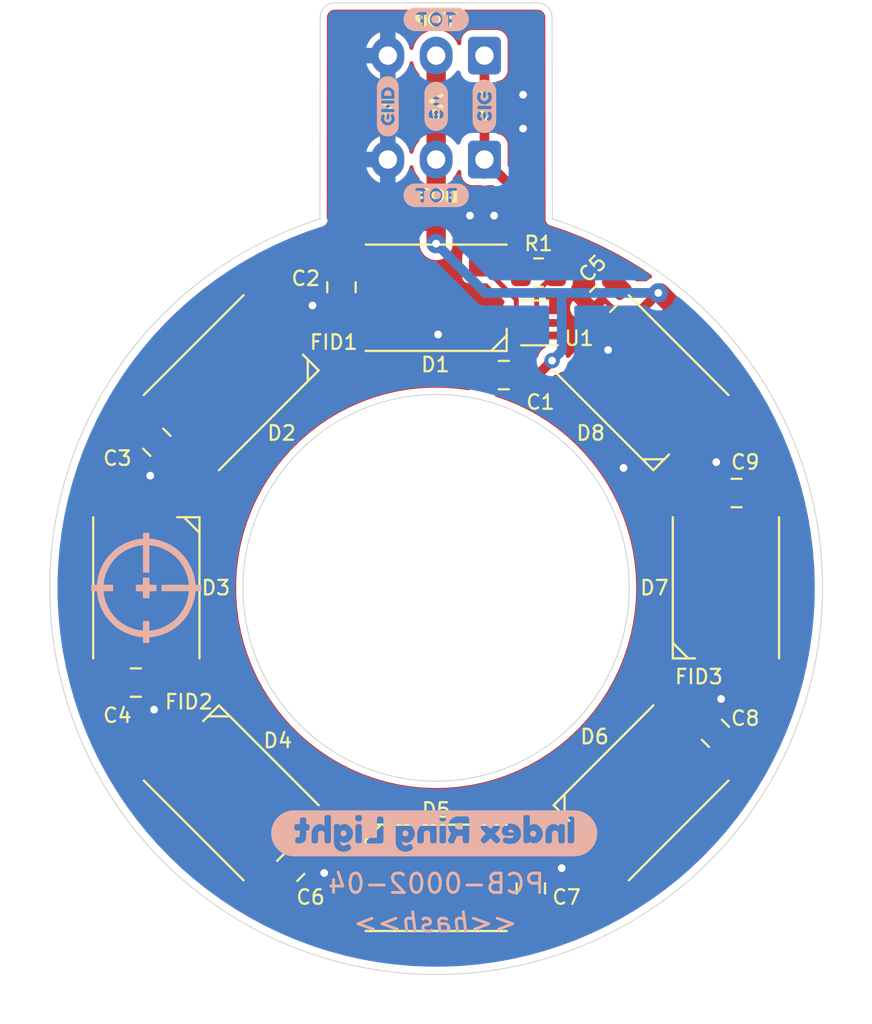
<source format=kicad_pcb>
(kicad_pcb (version 20211014) (generator pcbnew)
  (title_block (title "Index - Ring Light") (date "2021-09-14") (rev "04"))
  (layers (0 "F.Cu" signal) (31 "B.Cu" signal) (34 "B.Paste" user) (35 "F.Paste" user) (36 "B.SilkS" user "B.Silkscreen") (37 "F.SilkS" user "F.Silkscreen") (38 "B.Mask" user) (39 "F.Mask" user) (44 "Edge.Cuts" user))
  (net 0 "")
  (net 1 "Net-(D1-Pad2)")
  (net 2 "Net-(D2-Pad2)")
  (net 3 "Net-(D3-Pad2)")
  (net 4 "Net-(D4-Pad2)")
  (net 5 "Net-(D5-Pad2)")
  (net 6 "Net-(D6-Pad2)")
  (net 7 "Net-(D7-Pad2)")
  (net 9 "GND")
  (net 10 "+5V")
  (net 11 "Data_In_5V")
  (net 12 "Data_In_3V3")
  (net 13 "Net-(R1-Pad1)")
  (footprint "LED_SMD:LED_WS2812B_PLCC4_5.0x5.0mm_P3.2mm" (layer "F.Cu") (at 150 85)
    (fp_text reference "D1" (at -0.04 3.46) (layer "F.SilkS") (effects (font (size 0.75 0.75) (thickness 0.12))))
    (fp_text value "WS2812B")
    (pad "1" smd rect locked (at -2.45 -1.6) (size 1.5 1) (layers "F.Cu" "F.Paste" "F.Mask") (net 10 "+5V"))
    (pad "2" smd rect locked (at -2.45 1.6) (size 1.5 1) (layers "F.Cu" "F.Paste" "F.Mask") (net 1 "Net-(D1-Pad2)"))
    (pad "3" smd rect locked (at 2.45 1.6) (size 1.5 1) (layers "F.Cu" "F.Paste" "F.Mask") (net 9 "GND"))
    (pad "4" smd rect locked (at 2.45 -1.6) (size 1.5 1) (layers "F.Cu" "F.Paste" "F.Mask") (net 11 "Data_In_5V"))
  )
  (footprint "LED_SMD:LED_WS2812B_PLCC4_5.0x5.0mm_P3.2mm" (layer "F.Cu") (at 139.393399 89.393399 45)
    (fp_text reference "D2" (at 0 3.68629) (layer "F.SilkS") (effects (font (size 0.75 0.75) (thickness 0.12))))
    (fp_text value "WS2812B")
    (pad "1" smd rect locked (at -2.45 -1.6 45) (size 1.5 1) (layers "F.Cu" "F.Paste" "F.Mask") (net 10 "+5V"))
    (pad "2" smd rect locked (at -2.45 1.6 45) (size 1.5 1) (layers "F.Cu" "F.Paste" "F.Mask") (net 2 "Net-(D2-Pad2)"))
    (pad "3" smd rect locked (at 2.45 1.6 45) (size 1.5 1) (layers "F.Cu" "F.Paste" "F.Mask") (net 9 "GND"))
    (pad "4" smd rect locked (at 2.45 -1.6 45) (size 1.5 1) (layers "F.Cu" "F.Paste" "F.Mask") (net 1 "Net-(D1-Pad2)"))
  )
  (footprint "LED_SMD:LED_WS2812B_PLCC4_5.0x5.0mm_P3.2mm" (layer "F.Cu") (at 135 100 90)
    (fp_text reference "D3" (at 0 3.6) (layer "F.SilkS") (effects (font (size 0.75 0.75) (thickness 0.12))))
    (fp_text value "WS2812B")
    (pad "1" smd rect locked (at -2.45 -1.6 90) (size 1.5 1) (layers "F.Cu" "F.Paste" "F.Mask") (net 10 "+5V"))
    (pad "2" smd rect locked (at -2.45 1.6 90) (size 1.5 1) (layers "F.Cu" "F.Paste" "F.Mask") (net 3 "Net-(D3-Pad2)"))
    (pad "3" smd rect locked (at 2.45 1.6 90) (size 1.5 1) (layers "F.Cu" "F.Paste" "F.Mask") (net 9 "GND"))
    (pad "4" smd rect locked (at 2.45 -1.6 90) (size 1.5 1) (layers "F.Cu" "F.Paste" "F.Mask") (net 2 "Net-(D2-Pad2)"))
  )
  (footprint "LED_SMD:LED_WS2812B_PLCC4_5.0x5.0mm_P3.2mm" (layer "F.Cu") (at 139.393399 110.606601 135)
    (fp_text reference "D4" (at 0.212132 3.61558) (layer "F.SilkS") (effects (font (size 0.75 0.75) (thickness 0.12))))
    (fp_text value "WS2812B")
    (pad "1" smd rect locked (at -2.45 -1.6 135) (size 1.5 1) (layers "F.Cu" "F.Paste" "F.Mask") (net 10 "+5V"))
    (pad "2" smd rect locked (at -2.45 1.6 135) (size 1.5 1) (layers "F.Cu" "F.Paste" "F.Mask") (net 4 "Net-(D4-Pad2)"))
    (pad "3" smd rect locked (at 2.45 1.6 135) (size 1.5 1) (layers "F.Cu" "F.Paste" "F.Mask") (net 9 "GND"))
    (pad "4" smd rect locked (at 2.45 -1.6 135) (size 1.5 1) (layers "F.Cu" "F.Paste" "F.Mask") (net 3 "Net-(D3-Pad2)"))
  )
  (footprint "LED_SMD:LED_WS2812B_PLCC4_5.0x5.0mm_P3.2mm" (layer "F.Cu") (at 150 115 180)
    (fp_text reference "D5" (at 0 3.5 180) (layer "F.SilkS") (effects (font (size 0.75 0.75) (thickness 0.12))))
    (fp_text value "WS2812B")
    (pad "1" smd rect locked (at -2.45 -1.6 180) (size 1.5 1) (layers "F.Cu" "F.Paste" "F.Mask") (net 10 "+5V"))
    (pad "2" smd rect locked (at -2.45 1.6 180) (size 1.5 1) (layers "F.Cu" "F.Paste" "F.Mask") (net 5 "Net-(D5-Pad2)"))
    (pad "3" smd rect locked (at 2.45 1.6 180) (size 1.5 1) (layers "F.Cu" "F.Paste" "F.Mask") (net 9 "GND"))
    (pad "4" smd rect locked (at 2.45 -1.6 180) (size 1.5 1) (layers "F.Cu" "F.Paste" "F.Mask") (net 4 "Net-(D4-Pad2)"))
  )
  (footprint "LED_SMD:LED_WS2812B_PLCC4_5.0x5.0mm_P3.2mm" (layer "F.Cu") (at 160.606601 110.606601 -135)
    (fp_text reference "D6" (at -0.353553 3.757001) (layer "F.SilkS") (effects (font (size 0.75 0.75) (thickness 0.12))))
    (fp_text value "WS2812B")
    (pad "1" smd rect locked (at -2.45 -1.6 225) (size 1.5 1) (layers "F.Cu" "F.Paste" "F.Mask") (net 10 "+5V"))
    (pad "2" smd rect locked (at -2.45 1.6 225) (size 1.5 1) (layers "F.Cu" "F.Paste" "F.Mask") (net 6 "Net-(D6-Pad2)"))
    (pad "3" smd rect locked (at 2.45 1.6 225) (size 1.5 1) (layers "F.Cu" "F.Paste" "F.Mask") (net 9 "GND"))
    (pad "4" smd rect locked (at 2.45 -1.6 225) (size 1.5 1) (layers "F.Cu" "F.Paste" "F.Mask") (net 5 "Net-(D5-Pad2)"))
  )
  (footprint "LED_SMD:LED_WS2812B_PLCC4_5.0x5.0mm_P3.2mm" (layer "F.Cu") (at 165 100 -90)
    (fp_text reference "D7" (at 0 3.7 180) (layer "F.SilkS") (effects (font (size 0.75 0.75) (thickness 0.12))))
    (fp_text value "WS2812B")
    (pad "1" smd rect locked (at -2.45 -1.6 270) (size 1.5 1) (layers "F.Cu" "F.Paste" "F.Mask") (net 10 "+5V"))
    (pad "2" smd rect locked (at -2.45 1.6 270) (size 1.5 1) (layers "F.Cu" "F.Paste" "F.Mask") (net 7 "Net-(D7-Pad2)"))
    (pad "3" smd rect locked (at 2.45 1.6 270) (size 1.5 1) (layers "F.Cu" "F.Paste" "F.Mask") (net 9 "GND"))
    (pad "4" smd rect locked (at 2.45 -1.6 270) (size 1.5 1) (layers "F.Cu" "F.Paste" "F.Mask") (net 6 "Net-(D6-Pad2)"))
  )
  (footprint "LED_SMD:LED_WS2812B_PLCC4_5.0x5.0mm_P3.2mm" (layer "F.Cu") (at 160.606601 89.393399 -45)
    (fp_text reference "D8" (at 0 3.68629) (layer "F.SilkS") (effects (font (size 0.75 0.75) (thickness 0.12))))
    (fp_text value "WS2812B")
    (pad "1" smd rect locked (at -2.45 -1.6 315) (size 1.5 1) (layers "F.Cu" "F.Paste" "F.Mask") (net 10 "+5V"))
    (pad "2" smd rect locked (at -2.45 1.6 315) (size 1.5 1) (layers "F.Cu" "F.Paste" "F.Mask"))
    (pad "3" smd rect locked (at 2.45 1.6 315) (size 1.5 1) (layers "F.Cu" "F.Paste" "F.Mask") (net 9 "GND"))
    (pad "4" smd rect locked (at 2.45 -1.6 315) (size 1.5 1) (layers "F.Cu" "F.Paste" "F.Mask") (net 7 "Net-(D7-Pad2)"))
  )
  (footprint "Fiducial:Fiducial_1mm_Mask2mm" (layer "F.Cu") (at 145.75 89)
    (fp_text reference "FID1" (at -1.05 -1.7) (layer "F.SilkS") (effects (font (size 0.75 0.75) (thickness 0.12))))
    (fp_text value "Fiducial")
    (pad "" smd circle locked (at 0 0) (size 1 1) (layers "F.Cu" "F.Mask") (clearance 0.5))
  )
  (footprint "Fiducial:Fiducial_1mm_Mask2mm" (layer "F.Cu") (at 139.25 104.75)
    (fp_text reference "FID2" (at -2.05 1.15 180) (layer "F.SilkS") (effects (font (size 0.75 0.75) (thickness 0.12))))
    (fp_text value "Fiducial")
    (pad "" smd circle locked (at 0 0) (size 1 1) (layers "F.Cu" "F.Mask") (clearance 0.5))
  )
  (footprint "Fiducial:Fiducial_1mm_Mask2mm" (layer "F.Cu") (at 161 104.6)
    (fp_text reference "FID3" (at 2.6 0) (layer "F.SilkS") (effects (font (size 0.75 0.75) (thickness 0.12))))
    (fp_text value "Fiducial")
    (pad "" smd circle locked (at 0 0) (size 1 1) (layers "F.Cu" "F.Mask") (clearance 0.5))
  )
  (footprint "Capacitor_SMD:C_0805_2012Metric" (layer "F.Cu") (at 145.098496 84.454414 -90)
    (fp_text reference "C2" (at -0.454414 1.848496 180) (layer "F.SilkS") (effects (font (size 0.75 0.75) (thickness 0.12))))
    (fp_text value "100nF")
    (pad "1" smd roundrect locked (at -0.95 0 270) (size 1 1.45) (layers "F.Cu" "F.Paste" "F.Mask") (net 10 "+5V"))
    (pad "2" smd roundrect locked (at 0.95 0 270) (size 1 1.45) (layers "F.Cu" "F.Paste" "F.Mask") (net 9 "GND"))
  )
  (footprint "Capacitor_SMD:C_0805_2012Metric" (layer "F.Cu") (at 134.454414 104.901504)
    (fp_text reference "C4" (at -0.954414 1.698496) (layer "F.SilkS") (effects (font (size 0.75 0.75) (thickness 0.12))))
    (fp_text value "100nF")
    (pad "1" smd roundrect locked (at -0.95 0) (size 1 1.45) (layers "F.Cu" "F.Paste" "F.Mask") (net 10 "+5V"))
    (pad "2" smd roundrect locked (at 0.95 0) (size 1 1.45) (layers "F.Cu" "F.Paste" "F.Mask") (net 9 "GND"))
  )
  (footprint "Capacitor_SMD:C_0805_2012Metric" (layer "F.Cu") (at 154.901504 115.545586 90)
    (fp_text reference "C7" (at -0.454414 1.848496 180) (layer "F.SilkS") (effects (font (size 0.75 0.75) (thickness 0.12))))
    (fp_text value "100nF")
    (pad "1" smd roundrect locked (at -0.95 0 90) (size 1 1.45) (layers "F.Cu" "F.Paste" "F.Mask") (net 10 "+5V"))
    (pad "2" smd roundrect locked (at 0.95 0 90) (size 1 1.45) (layers "F.Cu" "F.Paste" "F.Mask") (net 9 "GND"))
  )
  (footprint "Capacitor_SMD:C_0805_2012Metric" (layer "F.Cu") (at 165.545586 95.098496 180)
    (fp_text reference "C9" (at -0.454414 1.598496 180) (layer "F.SilkS") (effects (font (size 0.75 0.75) (thickness 0.12))))
    (fp_text value "100nF")
    (pad "1" smd roundrect locked (at -0.95 0 180) (size 1 1.45) (layers "F.Cu" "F.Paste" "F.Mask") (net 10 "+5V"))
    (pad "2" smd roundrect locked (at 0.95 0 180) (size 1 1.45) (layers "F.Cu" "F.Paste" "F.Mask") (net 9 "GND"))
  )
  (footprint "Capacitor_SMD:C_0805_2012Metric" (layer "F.Cu") (at 164.458276 107.526502 135)
    (fp_text reference "C8" (at -0.541094 1.639233 180) (layer "F.SilkS") (effects (font (size 0.75 0.75) (thickness 0.12))))
    (fp_text value "100nF")
    (pad "1" smd roundrect locked (at -0.95 0 135) (size 1 1.45) (layers "F.Cu" "F.Paste" "F.Mask") (net 10 "+5V"))
    (pad "2" smd roundrect locked (at 0.949999 0 135) (size 1 1.45) (layers "F.Cu" "F.Paste" "F.Mask") (net 9 "GND"))
  )
  (footprint "Capacitor_SMD:C_0805_2012Metric" (layer "F.Cu") (at 135.541724 92.473498 -45)
    (fp_text reference "C3" (at -0.859292 2.028142) (layer "F.SilkS") (effects (font (size 0.75 0.75) (thickness 0.12))))
    (fp_text value "100nF")
    (pad "1" smd roundrect locked (at -0.95 0 315) (size 1 1.45) (layers "F.Cu" "F.Paste" "F.Mask") (net 10 "+5V"))
    (pad "2" smd roundrect locked (at 0.949999 0 315) (size 1 1.45) (layers "F.Cu" "F.Paste" "F.Mask") (net 9 "GND"))
  )
  (footprint "Capacitor_SMD:C_0805_2012Metric" (layer "F.Cu") (at 142.473498 114.458276 45)
    (fp_text reference "C6" (at -0.364317 1.81601 180) (layer "F.SilkS") (effects (font (size 0.75 0.75) (thickness 0.12))))
    (fp_text value "100nF")
    (pad "1" smd roundrect locked (at -0.95 0 45) (size 1 1.45) (layers "F.Cu" "F.Paste" "F.Mask") (net 10 "+5V"))
    (pad "2" smd roundrect locked (at 0.949999 0 45) (size 1 1.45) (layers "F.Cu" "F.Paste" "F.Mask") (net 9 "GND"))
  )
  (footprint "Connector_JST:JST_XH_S3B-XH-A-1_1x03_P2.50mm_Horizontal" (layer "F.Cu") (at 152.5 77.85 180)
    (fp_text reference "J2" hide)
    (fp_text value "Connector Bot")
    (pad "1" thru_hole roundrect locked (at 0 0 180) (size 1.7 1.95) (drill 0.95) (layers *.Cu *.Mask) (roundrect_rratio 0.1470588235) (net 12 "Data_In_3V3"))
    (pad "2" thru_hole oval locked (at 2.5 0 180) (size 1.7 1.95) (drill 0.95) (layers *.Cu *.Mask) (net 10 "+5V"))
    (pad "3" thru_hole oval locked (at 5 0 180) (size 1.7 1.95) (drill 0.95) (layers *.Cu *.Mask) (net 9 "GND"))
  )
  (footprint "Resistor_SMD:R_0805_2012Metric" (layer "F.Cu") (at 155.3 83.7 180)
    (fp_text reference "R1" (at 0 1.5) (layer "F.SilkS") (effects (font (size 0.75 0.75) (thickness 0.12))))
    (fp_text value "330R")
    (pad "1" smd roundrect locked (at -0.9125 0 180) (size 1.025 1.4) (layers "F.Cu" "F.Paste" "F.Mask") (roundrect_rratio 0.2439014634) (net 13 "Net-(R1-Pad1)"))
    (pad "2" smd roundrect locked (at 0.9125 0 180) (size 1.025 1.4) (layers "F.Cu" "F.Paste" "F.Mask") (roundrect_rratio 0.2439014634) (net 12 "Data_In_3V3"))
  )
  (footprint "Package_TO_SOT_SMD:SOT-353_SC-70-5" (layer "F.Cu") (at 155.1 86.3 180)
    (fp_text reference "U1" (at -2.3 -0.8) (layer "F.SilkS") (effects (font (size 0.75 0.75) (thickness 0.12))))
    (fp_text value "74AHCT1G32")
    (pad "1" smd rect (at -0.95 -0.65 180) (size 0.65 0.4) (layers "F.Cu" "F.Paste" "F.Mask") (net 9 "GND"))
    (pad "2" smd rect (at -0.95 0 180) (size 0.65 0.4) (layers "F.Cu" "F.Paste" "F.Mask") (net 13 "Net-(R1-Pad1)"))
    (pad "3" smd rect (at -0.95 0.65 180) (size 0.65 0.4) (layers "F.Cu" "F.Paste" "F.Mask") (net 9 "GND"))
    (pad "4" smd rect (at 0.95 0.65 180) (size 0.65 0.4) (layers "F.Cu" "F.Paste" "F.Mask") (net 11 "Data_In_5V"))
    (pad "5" smd rect (at 0.95 -0.65 180) (size 0.65 0.4) (layers "F.Cu" "F.Paste" "F.Mask") (net 10 "+5V"))
  )
  (footprint "Capacitor_SMD:C_0805_2012Metric" (layer "F.Cu") (at 158.671751 85.028249 -135)
    (fp_text reference "C5" (at -0.676346 1.484924 45) (layer "F.SilkS") (effects (font (size 0.75 0.75) (thickness 0.12))))
    (fp_text value "100nF")
    (pad "1" smd roundrect locked (at -0.95 0 225) (size 1 1.45) (layers "F.Cu" "F.Paste" "F.Mask") (net 10 "+5V"))
    (pad "2" smd roundrect locked (at 0.95 0 225) (size 1 1.45) (layers "F.Cu" "F.Paste" "F.Mask") (net 9 "GND"))
  )
  (footprint "kibuzzard-61F2BC9E" (layer "F.Cu") (at 152.5 75.1 90)
    (fp_text reference "kibuzzard-61F2BC9E" hide)
    (fp_text value "G***" hide)
  )
  (footprint "kibuzzard-61F2BC96" (layer "F.Cu") (at 150 75.1 90)
    (fp_text reference "kibuzzard-61F2BC96" hide)
    (fp_text value "G***" hide)
  )
  (footprint "kibuzzard-61F2BC8D" (layer "F.Cu") (at 147.5 75.1 90)
    (fp_text reference "kibuzzard-61F2BC8D" hide)
    (fp_text value "G***" hide)
  )
  (footprint "Capacitor_SMD:C_0805_2012Metric" (layer "F.Cu") (at 153.5 89 180)
    (fp_text reference "C1" (at -1.9 -1.4 180) (layer "F.SilkS") (effects (font (size 0.75 0.75) (thickness 0.12))))
    (fp_text value "100nF")
    (pad "1" smd roundrect (at -0.95 0 180) (size 1 1.45) (layers "F.Cu" "F.Paste" "F.Mask") (net 10 "+5V"))
    (pad "2" smd roundrect (at 0.95 0 180) (size 1 1.45) (layers "F.Cu" "F.Paste" "F.Mask") (net 9 "GND"))
  )
  (footprint "kibuzzard-61F2BF4A" (layer "F.Cu") (at 150 79.7)
    (fp_text reference "kibuzzard-61F2BF4A" hide)
    (fp_text value "G***" hide)
  )
  (footprint "kibuzzard-61F2BEFE" (layer "F.Cu") (at 150 70.6)
    (fp_text reference "kibuzzard-61F2BEFE" hide)
    (fp_text value "G***" hide)
  )
  (footprint "index:logo" (layer "B.Cu") (at 135 100 180)
    (fp_text reference "LOGO" hide)
    (fp_text value "LOGO" hide)
  )
  (footprint "Connector_JST:JST_XH_B3B-XH-A_1x03_P2.50mm_Vertical" (layer "B.Cu") (at 152.5 72.475 180)
    (fp_text reference "J1" hide)
    (fp_text value "Connector Top")
    (pad "1" thru_hole roundrect locked (at 0 0 180) (size 1.7 1.95) (drill 0.95) (layers *.Cu *.Mask) (roundrect_rratio 0.1470588235) (net 12 "Data_In_3V3"))
    (pad "2" thru_hole oval locked (at 2.5 0 180) (size 1.7 1.95) (drill 0.95) (layers *.Cu *.Mask) (net 10 "+5V"))
    (pad "3" thru_hole oval locked (at 5 0 180) (size 1.7 1.95) (drill 0.95) (layers *.Cu *.Mask) (net 9 "GND"))
  )
  (footprint "label" (layer "B.Cu") (at 149.9 112.7 180)
    (fp_text reference "svg2mod" hide)
    (fp_text value "n/a" hide)
  )
  (footprint "kibuzzard-61F2BC8D" (layer "B.Cu") (at 147.5 75.1 90)
    (fp_text reference "kibuzzard-61F2BC8D" hide)
    (fp_text value "G***" hide)
  )
  (footprint "kibuzzard-61F2BC9E" (layer "B.Cu") (at 152.5 75.1 90)
    (fp_text reference "kibuzzard-61F2BC9E" hide)
    (fp_text value "G***" hide)
  )
  (footprint "kibuzzard-61F2BF3C" (layer "B.Cu") (at 150 79.7 180)
    (fp_text reference "kibuzzard-61F2BF3C" hide)
    (fp_text value "G***" hide)
  )
  (footprint "kibuzzard-61F2BC96" (layer "B.Cu") (at 150 75.1 90)
    (fp_text reference "kibuzzard-61F2BC96" hide)
    (fp_text value "G***" hide)
  )
  (footprint "kibuzzard-61F2BF10" (layer "B.Cu") (at 150 70.6 180)
    (fp_text reference "kibuzzard-61F2BF10" hide)
    (fp_text value "G***" hide)
  )
  (gr_line (start 144.75 69.75) (end 155.25 69.75) (layer "Edge.Cuts") (width 0.05))
  (gr_arc (start 144 70.5) (mid 144.21967 69.96967) (end 144.75 69.75) (layer "Edge.Cuts") (width 0.05))
  (gr_line (start 156 70.5) (end 156.014116 80.925661) (layer "Edge.Cuts") (width 0.05))
  (gr_line (start 143.985884 80.925661) (end 144 70.5) (layer "Edge.Cuts") (width 0.05))
  (gr_arc (start 155.25 69.75) (mid 155.78033 69.96967) (end 156 70.5) (layer "Edge.Cuts") (width 0.05))
  (gr_circle (center 150 100) (end 160 100) (layer "Edge.Cuts") (width 0.05) (fill none))
  (gr_arc (start 156.014116 80.925661) (mid 150 120) (end 143.985884 80.925661) (layer "Edge.Cuts") (width 0.05))
  (gr_text "PCB-0002-04" (at 150 115.3) (layer "B.SilkS") (effects (font (size 1 1)) (justify mirror)))
  (gr_text "<<hash>>" (at 150 117.3) (layer "B.SilkS") (effects (font (size 1 1) (thickness 0.15) italic) (justify mirror)))
  (segment (start 140.064823 86.6) (end 139.99444 86.529617) (width 0.3) (layer "F.Cu") (net 1))
  (segment (start 147.55 86.6) (end 140.064823 86.6) (width 0.3) (layer "F.Cu") (net 1))
  (segment (start 138.792358 92.257181) (end 138.792358 92.307642) (width 0.3) (layer "F.Cu") (net 2))
  (segment (start 138.792358 92.307642) (end 133.55 97.55) (width 0.3) (layer "F.Cu") (net 2))
  (segment (start 133.55 97.55) (end 133.4 97.55) (width 0.3) (layer "F.Cu") (net 2))
  (segment (start 136.6 109.935177) (end 136.529617 110.00556) (width 0.3) (layer "F.Cu") (net 3))
  (segment (start 136.6 102.45) (end 136.6 109.935177) (width 0.3) (layer "F.Cu") (net 3))
  (segment (start 142.257181 111.207642) (end 142.457642 111.207642) (width 0.3) (layer "F.Cu") (net 4))
  (segment (start 142.457642 111.207642) (end 147.55 116.3) (width 0.3) (layer "F.Cu") (net 4))
  (segment (start 147.55 116.3) (end 147.55 116.6) (width 0.3) (layer "F.Cu") (net 4))
  (segment (start 152.45 113.4) (end 159.935177 113.4) (width 0.3) (layer "F.Cu") (net 5))
  (segment (start 159.935177 113.4) (end 160.00556 113.470383) (width 0.3) (layer "F.Cu") (net 5))
  (segment (start 161.307181 107.742819) (end 166.6 102.45) (width 0.3) (layer "F.Cu") (net 6))
  (segment (start 161.207642 107.742819) (end 161.307181 107.742819) (width 0.3) (layer "F.Cu") (net 6))
  (segment (start 163.4 90.064823) (end 163.470383 89.99444) (width 0.3) (layer "F.Cu") (net 7))
  (segment (start 163.4 97.55) (end 163.4 90.064823) (width 0.3) (layer "F.Cu") (net 7))
  (segment (start 154.901504 114.595586) (end 156.404414 114.595586) (width 1) (layer "F.Cu") (net 9))
  (segment (start 157.742819 111.207642) (end 160.042358 111.207642) (width 0.5) (layer "F.Cu") (net 9))
  (segment (start 151.254414 85.404414) (end 145.098496 85.404414) (width 0.5) (layer "F.Cu") (net 9))
  (segment (start 135.2 94.158724) (end 135.2 94.2) (width 1) (layer "F.Cu") (net 9))
  (segment (start 136.6 97.55) (end 135.404414 98.745586) (width 0.5) (layer "F.Cu") (net 9))
  (segment (start 160.042358 111.207642) (end 163.786525 107.463475) (width 0.5) (layer "F.Cu") (net 9))
  (segment (start 152.45 86.6) (end 151.254414 85.404414) (width 0.5) (layer "F.Cu") (net 9))
  (segment (start 145.098496 85.404414) (end 143.604414 85.404414) (width 1) (layer "F.Cu") (net 9))
  (segment (start 161.207642 92.257181) (end 159.7 93.8) (width 0.25) (layer "F.Cu") (net 9))
  (segment (start 135.404414 106.295586) (end 135.4 106.3) (width 1) (layer "F.Cu") (net 9))
  (segment (start 148.745586 114.595586) (end 154.901504 114.595586) (width 0.5) (layer "F.Cu") (net 9))
  (segment (start 135.404414 104.901504) (end 135.404414 106.295586) (width 1) (layer "F.Cu") (net 9))
  (segment (start 164.595586 95.098496) (end 164.595586 93.595586) (width 1) (layer "F.Cu") (net 9))
  (segment (start 143.604414 85.404414) (end 143.6 85.4) (width 1) (layer "F.Cu") (net 9))
  (segment (start 140.566366 88.792358) (end 136.213475 93.145249) (width 0.5) (layer "F.Cu") (net 9))
  (segment (start 144.205909 114.75) (end 144.108724 114.75) (width 1) (layer "F.Cu") (net 9))
  (segment (start 164.595586 93.595586) (end 164.5 93.5) (width 1) (layer "F.Cu") (net 9))
  (segment (start 163.786525 107.463475) (end 163.786525 106.854751) (width 0.5) (layer "F.Cu") (net 9))
  (segment (start 144.108724 114.75) (end 143.145249 113.786525) (width 1) (layer "F.Cu") (net 9))
  (segment (start 142.257181 88.792358) (end 140.566366 88.792358) (width 0.5) (layer "F.Cu") (net 9))
  (segment (start 136.213475 93.145249) (end 135.2 94.158724) (width 1) (layer "F.Cu") (net 9))
  (segment (start 135.404414 98.745586) (end 135.404414 104.901504) (width 0.5) (layer "F.Cu") (net 9))
  (segment (start 163.786525 106.854751) (end 164.75 105.891276) (width 1) (layer "F.Cu") (net 9))
  (segment (start 138.792358 107.742819) (end 138.792358 109.433634) (width 0.5) (layer "F.Cu") (net 9))
  (segment (start 156.404414 114.595586) (end 156.5 114.5) (width 1) (layer "F.Cu") (net 9))
  (segment (start 138.792358 109.433634) (end 143.145249 113.786525) (width 0.5) (layer "F.Cu") (net 9))
  (segment (start 164.75 105.891276) (end 164.75 105.75) (width 1) (layer "F.Cu") (net 9))
  (segment (start 147.55 113.4) (end 148.745586 114.595586) (width 0.5) (layer "F.Cu") (net 9))
  (via (at 164.5 93.5) (size 1) (drill 0.4) (layers "F.Cu" "B.Cu") (net 9))
  (via (at 156.5 114.5) (size 1) (drill 0.4) (layers "F.Cu" "B.Cu") (net 9))
  (via (at 135.4 106.3) (size 1) (drill 0.4) (layers "F.Cu" "B.Cu") (net 9))
  (via (at 164.75 105.75) (size 1) (drill 0.4) (layers "F.Cu" "B.Cu") (net 9))
  (via (at 144.205909 114.75) (size 1) (drill 0.4) (layers "F.Cu" "B.Cu") (net 9))
  (via (at 159.7 93.8) (size 1) (drill 0.4) (layers "F.Cu" "B.Cu") (net 9))
  (via (at 158.9 87.7) (size 1) (drill 0.4) (layers "F.Cu" "B.Cu") (net 9))
  (via (at 143.6 85.4) (size 1) (drill 0.4) (layers "F.Cu" "B.Cu") (net 9))
  (via (at 135.2 94.2) (size 1) (drill 0.4) (layers "F.Cu" "B.Cu") (net 9))
  (via (at 151.75 80.75) (size 0.8) (drill 0.4) (layers "F.Cu" "B.Cu") (net 9))
  (via (at 154.5 74.5) (size 0.8) (drill 0.4) (layers "F.Cu" "B.Cu") (net 9))
  (via (at 150.1 86.9) (size 1) (drill 0.4) (layers "F.Cu" "B.Cu") (net 9))
  (via (at 153 80.75) (size 0.8) (drill 0.4) (layers "F.Cu" "B.Cu") (net 9))
  (via (at 154.5 76.25) (size 0.8) (drill 0.4) (layers "F.Cu" "B.Cu") (net 9))
  (segment (start 168.070074 105.871323) (end 168.766078 102.972255) (width 1) (layer "F.Cu") (net 10))
  (segment (start 168.766078 102.972255) (end 169 100) (width 1) (layer "F.Cu") (net 10))
  (segment (start 169 100) (end 168.766078 97.027745) (width 1) (layer "F.Cu") (net 10))
  (segment (start 166.929124 108.625819) (end 168.070074 105.871323) (width 1) (layer "F.Cu") (net 10))
  (segment (start 152.972255 118.766078) (end 155.871323 118.070074) (width 1) (layer "F.Cu") (net 10))
  (segment (start 155.871323 118.070074) (end 158.625819 116.929124) (width 1) (layer "F.Cu") (net 10))
  (segment (start 158.625819 116.929124) (end 161.16792 115.371323) (width 1) (layer "F.Cu") (net 10))
  (segment (start 161.16792 115.371323) (end 163.435029 113.435029) (width 1) (layer "F.Cu") (net 10))
  (segment (start 163.435029 113.435029) (end 165.371323 111.16792) (width 1) (layer "F.Cu") (net 10))
  (segment (start 150 119) (end 152.972255 118.766078) (width 1) (layer "F.Cu") (net 10))
  (segment (start 168.766078 97.027745) (end 168.070074 94.128677) (width 1) (layer "F.Cu") (net 10))
  (segment (start 138.83208 115.371323) (end 141.374181 116.929124) (width 1) (layer "F.Cu") (net 10))
  (segment (start 134.628677 111.16792) (end 136.564971 113.435029) (width 1) (layer "F.Cu") (net 10))
  (segment (start 131.233922 102.972255) (end 131.929926 105.871323) (width 1) (layer "F.Cu") (net 10))
  (segment (start 147.027745 118.766078) (end 150 119) (width 1) (layer "F.Cu") (net 10))
  (segment (start 133.070876 108.625819) (end 134.628677 111.16792) (width 1) (layer "F.Cu") (net 10))
  (segment (start 136.564971 113.435029) (end 138.83208 115.371323) (width 1) (layer "F.Cu") (net 10))
  (segment (start 141.374181 116.929124) (end 144.128677 118.070074) (width 1) (layer "F.Cu") (net 10))
  (segment (start 131 100) (end 131.233922 102.972255) (width 1) (layer "F.Cu") (net 10))
  (segment (start 131.929926 105.871323) (end 133.070876 108.625819) (width 1) (layer "F.Cu") (net 10))
  (segment (start 144.128677 118.070074) (end 147.027745 118.766078) (width 1) (layer "F.Cu") (net 10))
  (segment (start 134.628677 88.83208) (end 133.070876 91.374181) (width 1) (layer "F.Cu") (net 10))
  (segment (start 144.128677 81.929926) (end 141.374181 83.070876) (width 1) (layer "F.Cu") (net 10))
  (segment (start 138.83208 84.628677) (end 136.564971 86.564971) (width 1) (layer "F.Cu") (net 10))
  (segment (start 136.564971 86.564971) (end 134.628677 88.83208) (width 1) (layer "F.Cu") (net 10))
  (segment (start 131.929926 94.128677) (end 131.233922 97.027745) (width 1) (layer "F.Cu") (net 10))
  (segment (start 141.374181 83.070876) (end 138.83208 84.628677) (width 1) (layer "F.Cu") (net 10))
  (segment (start 133.070876 91.374181) (end 131.929926 94.128677) (width 1) (layer "F.Cu") (net 10))
  (segment (start 131.233922 97.027745) (end 131 100) (width 1) (layer "F.Cu") (net 10))
  (segment (start 150 81) (end 147.027745 81.233922) (width 1) (layer "F.Cu") (net 10))
  (segment (start 147.027745 81.233922) (end 144.128677 81.929926) (width 1) (layer "F.Cu") (net 10))
  (segment (start 150 81) (end 150 82.2) (width 1) (layer "F.Cu") (net 10))
  (segment (start 154.901504 116.495586) (end 152.554414 116.495586) (width 0.5) (layer "F.Cu") (net 10))
  (segment (start 166.929124 108.625819) (end 165.592614 107.944834) (width 0.4) (layer "F.Cu") (net 10))
  (segment (start 163.435029 86.564971) (end 165.371323 88.83208) (width 1) (layer "F.Cu") (net 10))
  (segment (start 166.495586 95.098496) (end 166.495586 94.740106) (width 0.4) (layer "F.Cu") (net 10))
  (segment (start 141.374181 116.929124) (end 142.055166 115.592614) (width 0.4) (layer "F.Cu") (net 10))
  (segment (start 155.259894 116.495586) (end 155.407797 116.643489) (width 0.4) (layer "F.Cu") (net 10))
  (segment (start 156 88.25) (end 155.25 89) (width 0.5) (layer "F.Cu") (net 10))
  (segment (start 145.098496 83.504414) (end 147.445586 83.504414) (width 0.5) (layer "F.Cu") (net 10))
  (segment (start 160.037004 84.75) (end 159.443502 84.156498) (width 0.5) (layer "F.Cu") (net 10))
  (segment (start 166.6 97.55) (end 166.495586 97.445586) (width 0.5) (layer "F.Cu") (net 10))
  (segment (start 144.740106 83.504414) (end 144.592203 83.356511) (width 0.4) (layer "F.Cu") (net 10))
  (segment (start 165.383446 107.944834) (end 165.592614 107.944834) (width 0.4) (layer "F.Cu") (net 10))
  (segment (start 147.445586 83.504414) (end 147.55 83.4) (width 0.5) (layer "F.Cu") (net 10))
  (segment (start 133.504414 102.554414) (end 133.4 102.45) (width 0.5) (layer "F.Cu") (net 10))
  (segment (start 133.504414 104.901504) (end 133.504414 102.554414) (width 0.5) (layer "F.Cu") (net 10))
  (segment (start 161.583234 84.75) (end 162.713482 85.880248) (width 1) (layer "F.Cu") (net 10))
  (segment (start 160.00556 86.529617) (end 160.00556 86.24444) (width 0.5) (layer "F.Cu") (net 10))
  (segment (start 133.070876 91.374181) (end 134.407386 92.055166) (width 0.4) (layer "F.Cu") (net 10))
  (segment (start 133.504414 104.901504) (end 133.504414 105.259894) (width 0.4) (layer "F.Cu") (net 10))
  (segment (start 152.554414 116.495586) (end 152.45 116.6) (width 0.5) (layer "F.Cu") (net 10))
  (segment (start 166.929124 91.374181) (end 168.070074 94.128677) (width 1) (layer "F.Cu") (net 10))
  (segment (start 160.00556 86.24444) (end 161.5 84.75) (width 0.5) (layer "F.Cu") (net 10))
  (segment (start 140.142103 113.470383) (end 139.99444 113.470383) (width 0.5) (layer "F.Cu") (net 10))
  (segment (start 131.929926 105.871323) (end 133.356511 105.407797) (width 0.4) (layer "F.Cu") (net 10))
  (segment (start 163.470383 109.857897) (end 163.470383 110.00556) (width 0.5) (layer "F.Cu") (net 10))
  (segment (start 166.643489 94.592203) (end 168.070074 94.128677) (width 0.4) (layer "F.Cu") (net 10))
  (segment (start 154.15 88.7) (end 154.45 89) (width 0.5) (layer "F.Cu") (net 10))
  (segment (start 161.5 84.75) (end 161.583234 84.75) (width 1) (layer "F.Cu") (net 10))
  (segment (start 134.869973 91.801747) (end 136.529617 90.142103) (width 0.5) (layer "F.Cu") (net 10))
  (segment (start 150 81) (end 150 78.6) (width 1) (layer "F.Cu") (net 10))
  (segment (start 150 72.5) (end 150 78.6) (width 1) (layer "F.Cu") (net 10))
  (segment (start 165.371323 88.83208) (end 166.929124 91.374181) (width 1) (layer "F.Cu") (net 10))
  (segment (start 161.5 84.75) (end 160.037004 84.75) (width 0.5) (layer "F.Cu") (net 10))
  (segment (start 162.713482 85.880248) (end 163.435029 86.564971) (width 1) (layer "F.Cu") (net 10))
  (segment (start 134.869973 91.801747) (end 134.616554 92.055166) (width 0.4) (layer "F.Cu") (net 10))
  (segment (start 166.495586 94.740106) (end 166.643489 94.592203) (width 0.4) (layer "F.Cu") (net 10))
  (segment (start 141.801747 115.130027) (end 142.055166 115.383446) (width 0.4) (layer "F.Cu") (net 10))
  (segment (start 142.055166 115.383446) (end 142.055166 115.592614) (width 0.4) (layer "F.Cu") (net 10))
  (segment (start 165.130027 108.198253) (end 165.383446 107.944834) (width 0.4) (layer "F.Cu") (net 10))
  (segment (start 136.529617 90.142103) (end 136.529617 89.99444) (width 0.5) (layer "F.Cu") (net 10))
  (segment (start 144.128677 81.929926) (end 144.592203 83.356511) (width 0.4) (layer "F.Cu") (net 10))
  (segment (start 133.504414 105.259894) (end 133.356511 105.407797) (width 0.4) (layer "F.Cu") (net 10))
  (segment (start 155.25 89) (end 154.45 89) (width 0.5) (layer "F.Cu") (net 10))
  (segment (start 165.371323 111.16792) (end 166.929124 108.625819) (width 1) (layer "F.Cu") (net 10))
  (segment (start 134.616554 92.055166) (end 134.407386 92.055166) (width 0.4) (layer "F.Cu") (net 10))
  (segment (start 154.15 86.95) (end 154.15 88.7) (width 0.5) (layer "F.Cu") (net 10))
  (segment (start 141.801747 115.130027) (end 140.142103 113.470383) (width 0.5) (layer "F.Cu") (net 10))
  (segment (start 155.407797 116.643489) (end 155.871323 118.070074) (width 0.4) (layer "F.Cu") (net 10))
  (segment (start 145.098496 83.504414) (end 144.740106 83.504414) (width 0.4) (layer "F.Cu") (net 10))
  (segment (start 165.130027 108.198253) (end 163.470383 109.857897) (width 0.5) (layer "F.Cu") (net 10))
  (segment (start 154.901504 116.495586) (end 155.259894 116.495586) (width 0.4) (layer "F.Cu") (net 10))
  (segment (start 166.495586 97.445586) (end 166.495586 95.098496) (width 0.5) (layer "F.Cu") (net 10))
  (via (at 150 82.2) (size 1) (drill 0.4) (layers "F.Cu" "B.Cu") (net 10))
  (via (at 161.5 84.75) (size 1) (drill 0.4) (layers "F.Cu" "B.Cu") (net 10))
  (via (at 156 88.25) (size 0.8) (drill 0.4) (layers "F.Cu" "B.Cu") (net 10))
  (segment (start 156 88.25) (end 156.5 87.75) (width 0.5) (layer "B.Cu") (net 10))
  (segment (start 152.55 84.75) (end 150 82.2) (width 0.5) (layer "B.Cu") (net 10))
  (segment (start 161.5 84.75) (end 156.5 84.75) (width 0.5) (layer "B.Cu") (net 10))
  (segment (start 156.5 84.75) (end 152.55 84.75) (width 0.5) (layer "B.Cu") (net 10))
  (segment (start 156.5 87.75) (end 156.5 84.75) (width 0.5) (layer "B.Cu") (net 10))
  (segment (start 154.15 85.1) (end 154.15 85.65) (width 0.25) (layer "F.Cu") (net 11))
  (segment (start 152.45 83.4) (end 154.15 85.1) (width 0.25) (layer "F.Cu") (net 11))
  (segment (start 152.5 72.475) (end 152.5 78.6) (width 0.5) (layer "F.Cu") (net 12))
  (segment (start 154.3875 83.7) (end 154.3875 79.7375) (width 0.5) (layer "F.Cu") (net 12))
  (segment (start 154.3875 79.7375) (end 152.5 77.85) (width 0.5) (layer "F.Cu") (net 12))
  (segment (start 155.6 86.3) (end 155.2 85.9) (width 0.25) (layer "F.Cu") (net 13))
  (segment (start 155.2 85.9) (end 155.2 84.7125) (width 0.25) (layer "F.Cu") (net 13))
  (segment (start 156.05 86.3) (end 155.6 86.3) (width 0.25) (layer "F.Cu") (net 13))
  (segment (start 155.2 84.7125) (end 156.2125 83.7) (width 0.25) (layer "F.Cu") (net 13))
  (zone (net 9) (net_name "GND") (layer "F.Cu") (connect_pads (clearance 0.35)) (min_thickness 0.2) (fill yes (thermal_gap 0.3) (thermal_bridge_width 0.5))
    (polygon (pts (xy 156.014116 80.925661) (xy 156.18034 80.97887) (xy 157.167359 81.328391) (xy 158.134733 81.729091) (xy 159.07981 82.17987) (xy 160 82.679492) (xy 160.892781 83.226589) (xy 161.755705 83.81966) (xy 162.586408 84.457081) (xy 163.382612 85.137103) (xy 164.142136 85.857864) (xy 164.862897 86.617388) (xy 165.542919 87.413592) (xy 166.18034 88.244295) (xy 166.773411 89.107219) (xy 167.320508 90) (xy 167.82013 90.92019) (xy 168.270909 91.865267) (xy 168.671609 92.832641) (xy 169.02113 93.81966) (xy 169.318517 94.823619) (xy 169.562952 95.841766) (xy 169.753767 96.871311) (xy 169.890438 97.909431) (xy 169.972591 98.953281) (xy 170 100) (xy 169.972591 101.046719) (xy 169.890438 102.090569) (xy 169.753767 103.128689) (xy 169.562952 104.158234) (xy 169.318517 105.176381) (xy 169.02113 106.18034) (xy 168.671609 107.167359) (xy 168.270909 108.134733) (xy 167.82013 109.07981) (xy 167.320508 110) (xy 166.773411 110.892781) (xy 166.18034 111.755705) (xy 165.542919 112.586408) (xy 164.862897 113.382612) (xy 164.142136 114.142136) (xy 163.382612 114.862897) (xy 162.586408 115.542919) (xy 161.755705 116.18034) (xy 160.892781 116.773411) (xy 160 117.320508) (xy 159.07981 117.82013) (xy 158.134733 118.270909) (xy 157.167359 118.671609) (xy 156.18034 119.02113) (xy 155.176381 119.318517) (xy 154.158234 119.562952) (xy 153.128689 119.753767) (xy 152.090569 119.890438) (xy 151.046719 119.972591) (xy 150 120) (xy 148.953281 119.972591) (xy 147.909431 119.890438) (xy 146.871311 119.753767) (xy 145.841766 119.562952) (xy 144.823619 119.318517) (xy 143.81966 119.02113) (xy 142.832641 118.671609) (xy 141.865267 118.270909) (xy 140.92019 117.82013) (xy 140 117.320508) (xy 139.107219 116.773411) (xy 138.244295 116.18034) (xy 137.413592 115.542919) (xy 136.617388 114.862897) (xy 135.857864 114.142136) (xy 135.137103 113.382612) (xy 134.457081 112.586408) (xy 133.81966 111.755705) (xy 133.226589 110.892781) (xy 132.679492 110) (xy 132.17987 109.07981) (xy 131.729091 108.134733) (xy 131.328391 107.167359) (xy 130.97887 106.18034) (xy 130.681483 105.176381) (xy 130.437048 104.158234) (xy 130.246233 103.128689) (xy 130.109562 102.090569) (xy 130.027409 101.046719) (xy 130 100) (xy 130.027409 98.953281) (xy 130.109562 97.909431) (xy 130.246233 96.871311) (xy 130.437048 95.841766) (xy 130.681483 94.823619) (xy 130.97887 93.81966) (xy 131.328391 92.832641) (xy 131.729091 91.865267) (xy 132.17987 90.92019) (xy 132.679492 90) (xy 133.226589 89.107219) (xy 133.81966 88.244295) (xy 134.457081 87.413592) (xy 135.137103 86.617388) (xy 135.857864 85.857864) (xy 136.617388 85.137103) (xy 137.413592 84.457081) (xy 138.244295 83.81966) (xy 139.107219 83.226589) (xy 140 82.679492) (xy 140.92019 82.17987) (xy 141.865267 81.729091) (xy 142.832641 81.328391) (xy 143.81966 80.97887) (xy 143.985884 80.925661) (xy 144 70) (xy 156.014116 70)))
  )
  (zone (net 9) (net_name "GND") (layer "B.Cu") (connect_pads (clearance 0.4)) (min_thickness 0.25) (fill yes (thermal_gap 0.3) (thermal_bridge_width 0.5))
    (polygon (pts (xy 156.014116 80.925661) (xy 156.18034 80.97887) (xy 157.167359 81.328391) (xy 158.134733 81.729091) (xy 159.07981 82.17987) (xy 160 82.679492) (xy 160.892781 83.226589) (xy 161.755705 83.81966) (xy 162.586408 84.457081) (xy 163.382612 85.137103) (xy 164.142136 85.857864) (xy 164.862897 86.617388) (xy 165.542919 87.413592) (xy 166.18034 88.244295) (xy 166.773411 89.107219) (xy 167.320508 90) (xy 167.82013 90.92019) (xy 168.270909 91.865267) (xy 168.671609 92.832641) (xy 169.02113 93.81966) (xy 169.318517 94.823619) (xy 169.562952 95.841766) (xy 169.753767 96.871311) (xy 169.890438 97.909431) (xy 169.972591 98.953281) (xy 170 100) (xy 169.972591 101.046719) (xy 169.890438 102.090569) (xy 169.753767 103.128689) (xy 169.562952 104.158234) (xy 169.318517 105.176381) (xy 169.02113 106.18034) (xy 168.671609 107.167359) (xy 168.270909 108.134733) (xy 167.82013 109.07981) (xy 167.320508 110) (xy 166.773411 110.892781) (xy 166.18034 111.755705) (xy 165.542919 112.586408) (xy 164.862897 113.382612) (xy 164.142136 114.142136) (xy 163.382612 114.862897) (xy 162.586408 115.542919) (xy 161.755705 116.18034) (xy 160.892781 116.773411) (xy 160 117.320508) (xy 159.07981 117.82013) (xy 158.134733 118.270909) (xy 157.167359 118.671609) (xy 156.18034 119.02113) (xy 155.176381 119.318517) (xy 154.158234 119.562952) (xy 153.128689 119.753767) (xy 152.090569 119.890438) (xy 151.046719 119.972591) (xy 150 120) (xy 148.953281 119.972591) (xy 147.909431 119.890438) (xy 146.871311 119.753767) (xy 145.841766 119.562952) (xy 144.823619 119.318517) (xy 143.81966 119.02113) (xy 142.832641 118.671609) (xy 141.865267 118.270909) (xy 140.92019 117.82013) (xy 140 117.320508) (xy 139.107219 116.773411) (xy 138.244295 116.18034) (xy 137.413592 115.542919) (xy 136.617388 114.862897) (xy 135.857864 114.142136) (xy 135.137103 113.382612) (xy 134.457081 112.586408) (xy 133.81966 111.755705) (xy 133.226589 110.892781) (xy 132.679492 110) (xy 132.17987 109.07981) (xy 131.729091 108.134733) (xy 131.328391 107.167359) (xy 130.97887 106.18034) (xy 130.681483 105.176381) (xy 130.437048 104.158234) (xy 130.246233 103.128689) (xy 130.109562 102.090569) (xy 130.027409 101.046719) (xy 130 100) (xy 130.027409 98.953281) (xy 130.109562 97.909431) (xy 130.246233 96.871311) (xy 130.437048 95.841766) (xy 130.681483 94.823619) (xy 130.97887 93.81966) (xy 131.328391 92.832641) (xy 131.729091 91.865267) (xy 132.17987 90.92019) (xy 132.679492 90) (xy 133.226589 89.107219) (xy 133.81966 88.244295) (xy 134.457081 87.413592) (xy 135.137103 86.617388) (xy 135.857864 85.857864) (xy 136.617388 85.137103) (xy 137.413592 84.457081) (xy 138.244295 83.81966) (xy 139.107219 83.226589) (xy 140 82.679492) (xy 140.92019 82.17987) (xy 141.865267 81.729091) (xy 142.832641 81.328391) (xy 143.81966 80.97887) (xy 143.985884 80.925661) (xy 143.985884 70) (xy 156.014116 70)))
  )
)
</source>
